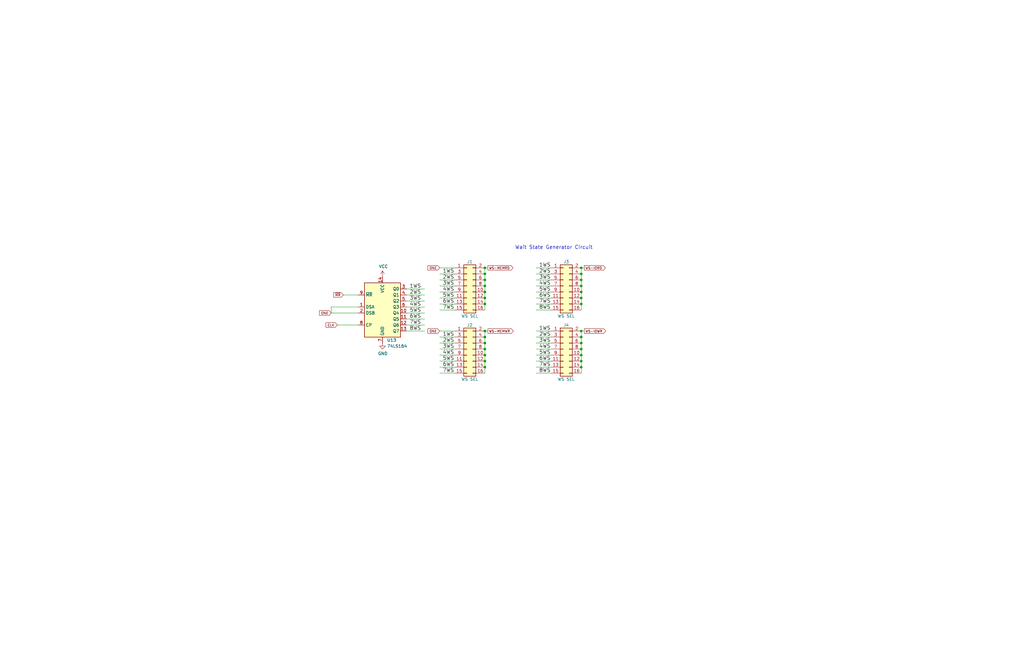
<source format=kicad_sch>
(kicad_sch (version 20211123) (generator eeschema)
  (paper "B")
  (lib_symbols
    (symbol "74xx:74HCT164"
      (property "Reference" "U" (at 1.905 -13.97 0))
      (property "Value" "74HCT164" (at 1.905 -16.51 0))
      (symbol "74HCT164_0_1"
        (rectangle (start 7.62 10.16) (end -7.62 -12.7) (stroke (width 0.254)) (fill (type background)))
      )
      (symbol "74HCT164_1_1"
        (pin input line (at -10.16 0 0) (length 2.54) (name "DSA") (number "1"))
        (pin output line (at 10.16 -2.54 180) (length 2.54) (name "Q4") (number "10"))
        (pin output line (at 10.16 -5.08 180) (length 2.54) (name "Q5") (number "11"))
        (pin output line (at 10.16 -7.62 180) (length 2.54) (name "Q6") (number "12"))
        (pin output line (at 10.16 -10.16 180) (length 2.54) (name "Q7") (number "13"))
        (pin power_in line (at 0 12.7 270) (length 2.54) (name "VCC") (number "14"))
        (pin input line (at -10.16 -2.54 0) (length 2.54) (name "DSB") (number "2"))
        (pin output line (at 10.16 7.62 180) (length 2.54) (name "Q0") (number "3"))
        (pin output line (at 10.16 5.08 180) (length 2.54) (name "Q1") (number "4"))
        (pin output line (at 10.16 2.54 180) (length 2.54) (name "Q2") (number "5"))
        (pin output line (at 10.16 0 180) (length 2.54) (name "Q3") (number "6"))
        (pin power_in line (at 0 -15.24 90) (length 2.54) (name "GND") (number "7"))
        (pin input line (at -10.16 -7.62 0) (length 2.54) (name "CP") (number "8"))
        (pin input line (at -10.16 5.08 0) (length 2.54) (name "~{MR}") (number "9"))
      )
    )
    (symbol "Connector_Generic:Conn_02x08_Odd_Even" (pin_names (offset 1.016) hide)
      (property "Reference" "J" (at 1.27 10.16 0))
      (property "Value" "Conn_02x08_Odd_Even" (at 1.27 -12.7 0))
      (symbol "Conn_02x08_Odd_Even_1_1"
        (rectangle (start -1.27 -10.033) (end 0 -10.287) (stroke (width 0.1524)))
        (rectangle (start -1.27 -7.493) (end 0 -7.747) (stroke (width 0.1524)))
        (rectangle (start -1.27 -4.953) (end 0 -5.207) (stroke (width 0.1524)))
        (rectangle (start -1.27 -2.413) (end 0 -2.667) (stroke (width 0.1524)))
        (rectangle (start -1.27 0.127) (end 0 -0.127) (stroke (width 0.1524)))
        (rectangle (start -1.27 2.667) (end 0 2.413) (stroke (width 0.1524)))
        (rectangle (start -1.27 5.207) (end 0 4.953) (stroke (width 0.1524)))
        (rectangle (start -1.27 7.747) (end 0 7.493) (stroke (width 0.1524)))
        (rectangle (start -1.27 8.89) (end 3.81 -11.43) (stroke (width 0.254)) (fill (type background)))
        (rectangle (start 3.81 -10.033) (end 2.54 -10.287) (stroke (width 0.1524)))
        (rectangle (start 3.81 -7.493) (end 2.54 -7.747) (stroke (width 0.1524)))
        (rectangle (start 3.81 -4.953) (end 2.54 -5.207) (stroke (width 0.1524)))
        (rectangle (start 3.81 -2.413) (end 2.54 -2.667) (stroke (width 0.1524)))
        (rectangle (start 3.81 0.127) (end 2.54 -0.127) (stroke (width 0.1524)))
        (rectangle (start 3.81 2.667) (end 2.54 2.413) (stroke (width 0.1524)))
        (rectangle (start 3.81 5.207) (end 2.54 4.953) (stroke (width 0.1524)))
        (rectangle (start 3.81 7.747) (end 2.54 7.493) (stroke (width 0.1524)))
        (pin passive line (at -5.08 7.62 0) (length 3.81) (name "Pin_1") (number "1"))
        (pin passive line (at 7.62 -2.54 180) (length 3.81) (name "Pin_10") (number "10"))
        (pin passive line (at -5.08 -5.08 0) (length 3.81) (name "Pin_11") (number "11"))
        (pin passive line (at 7.62 -5.08 180) (length 3.81) (name "Pin_12") (number "12"))
        (pin passive line (at -5.08 -7.62 0) (length 3.81) (name "Pin_13") (number "13"))
        (pin passive line (at 7.62 -7.62 180) (length 3.81) (name "Pin_14") (number "14"))
        (pin passive line (at -5.08 -10.16 0) (length 3.81) (name "Pin_15") (number "15"))
        (pin passive line (at 7.62 -10.16 180) (length 3.81) (name "Pin_16") (number "16"))
        (pin passive line (at 7.62 7.62 180) (length 3.81) (name "Pin_2") (number "2"))
        (pin passive line (at -5.08 5.08 0) (length 3.81) (name "Pin_3") (number "3"))
        (pin passive line (at 7.62 5.08 180) (length 3.81) (name "Pin_4") (number "4"))
        (pin passive line (at -5.08 2.54 0) (length 3.81) (name "Pin_5") (number "5"))
        (pin passive line (at 7.62 2.54 180) (length 3.81) (name "Pin_6") (number "6"))
        (pin passive line (at -5.08 0 0) (length 3.81) (name "Pin_7") (number "7"))
        (pin passive line (at 7.62 0 180) (length 3.81) (name "Pin_8") (number "8"))
        (pin passive line (at -5.08 -2.54 0) (length 3.81) (name "Pin_9") (number "9"))
      )
    )
    (symbol "power:GND" (power) (pin_names (offset 0))
      (property "Value" "GND" (at 0 -3.81 0))
      (symbol "GND_0_1"
        (polyline (pts (xy 0 0) (xy 0 -1.27) (xy 1.27 -1.27) (xy 0 -2.54) (xy -1.27 -1.27) (xy 0 -1.27)))
      )
      (symbol "GND_1_1"
        (pin power_in line (at 0 0 270) (length 0) hide (name "GND") (number "1"))
      )
    )
    (symbol "power:VCC" (power) (pin_names (offset 0))
      (property "Value" "VCC" (at 0 3.81 0))
      (symbol "VCC_0_1"
        (polyline (pts (xy -0.762 1.27) (xy 0 2.54)))
        (polyline (pts (xy 0 0) (xy 0 2.54)))
        (polyline (pts (xy 0 2.54) (xy 0.762 1.27)))
      )
      (symbol "VCC_1_1"
        (pin power_in line (at 0 0 90) (length 0) hide (name "VCC") (number "1"))
      )
    )
  )
  (junction (at 204.47 123.19))
  (junction (at 245.11 154.94))
  (junction (at 245.11 139.7))
  (junction (at 245.11 118.11))
  (junction (at 245.11 142.24))
  (junction (at 245.11 120.65))
  (junction (at 204.47 142.24))
  (junction (at 245.11 123.19))
  (junction (at 245.11 115.57))
  (junction (at 204.47 144.78))
  (junction (at 204.47 149.86))
  (junction (at 204.47 152.4))
  (junction (at 204.47 113.03))
  (junction (at 245.11 147.32))
  (junction (at 204.47 147.32))
  (junction (at 245.11 149.86))
  (junction (at 245.11 152.4))
  (junction (at 245.11 128.27))
  (junction (at 245.11 144.78))
  (junction (at 204.47 125.73))
  (junction (at 204.47 118.11))
  (junction (at 204.47 128.27))
  (junction (at 204.47 120.65))
  (junction (at 204.47 115.57))
  (junction (at 204.47 139.7))
  (junction (at 245.11 125.73))
  (junction (at 204.47 154.94))
  (junction (at 245.11 113.03))
  (wire (pts (xy 204.47 120.65) (xy 204.47 123.19)))
  (wire (pts (xy 245.11 139.7) (xy 245.11 142.24)))
  (wire (pts (xy 171.45 134.62) (xy 179.07 134.62)))
  (wire (pts (xy 226.06 152.4) (xy 232.41 152.4)))
  (wire (pts (xy 185.42 115.57) (xy 191.77 115.57)))
  (wire (pts (xy 139.7 129.54) (xy 151.13 129.54)))
  (wire (pts (xy 226.06 125.73) (xy 232.41 125.73)))
  (wire (pts (xy 171.45 132.08) (xy 179.07 132.08)))
  (wire (pts (xy 185.42 149.86) (xy 191.77 149.86)))
  (wire (pts (xy 171.45 124.46) (xy 179.07 124.46)))
  (wire (pts (xy 171.45 129.54) (xy 179.07 129.54)))
  (wire (pts (xy 185.42 120.65) (xy 191.77 120.65)))
  (wire (pts (xy 226.06 115.57) (xy 232.41 115.57)))
  (wire (pts (xy 226.06 147.32) (xy 232.41 147.32)))
  (wire (pts (xy 139.7 129.54) (xy 139.7 132.08)))
  (wire (pts (xy 171.45 127) (xy 179.07 127)))
  (wire (pts (xy 245.11 123.19) (xy 245.11 125.73)))
  (wire (pts (xy 226.06 123.19) (xy 232.41 123.19)))
  (wire (pts (xy 204.47 118.11) (xy 204.47 120.65)))
  (wire (pts (xy 185.42 130.81) (xy 191.77 130.81)))
  (wire (pts (xy 185.42 157.48) (xy 191.77 157.48)))
  (wire (pts (xy 204.47 123.19) (xy 204.47 125.73)))
  (wire (pts (xy 185.42 152.4) (xy 191.77 152.4)))
  (wire (pts (xy 204.47 139.7) (xy 204.47 142.24)))
  (wire (pts (xy 245.11 125.73) (xy 245.11 128.27)))
  (wire (pts (xy 245.11 113.03) (xy 246.38 113.03)))
  (wire (pts (xy 185.42 113.03) (xy 191.77 113.03)))
  (wire (pts (xy 204.47 128.27) (xy 204.47 130.81)))
  (wire (pts (xy 142.24 137.16) (xy 151.13 137.16)))
  (wire (pts (xy 185.42 154.94) (xy 191.77 154.94)))
  (wire (pts (xy 226.06 149.86) (xy 232.41 149.86)))
  (wire (pts (xy 204.47 144.78) (xy 204.47 147.32)))
  (wire (pts (xy 204.47 147.32) (xy 204.47 149.86)))
  (wire (pts (xy 245.11 139.7) (xy 246.38 139.7)))
  (wire (pts (xy 245.11 154.94) (xy 245.11 157.48)))
  (wire (pts (xy 185.42 144.78) (xy 191.77 144.78)))
  (wire (pts (xy 185.42 128.27) (xy 191.77 128.27)))
  (wire (pts (xy 245.11 149.86) (xy 245.11 152.4)))
  (wire (pts (xy 245.11 115.57) (xy 245.11 118.11)))
  (wire (pts (xy 185.42 125.73) (xy 191.77 125.73)))
  (wire (pts (xy 245.11 144.78) (xy 245.11 147.32)))
  (wire (pts (xy 226.06 144.78) (xy 232.41 144.78)))
  (wire (pts (xy 204.47 115.57) (xy 204.47 118.11)))
  (wire (pts (xy 204.47 139.7) (xy 205.74 139.7)))
  (wire (pts (xy 185.42 147.32) (xy 191.77 147.32)))
  (wire (pts (xy 185.42 139.7) (xy 191.77 139.7)))
  (wire (pts (xy 245.11 113.03) (xy 245.11 115.57)))
  (wire (pts (xy 204.47 152.4) (xy 204.47 154.94)))
  (wire (pts (xy 226.06 130.81) (xy 232.41 130.81)))
  (wire (pts (xy 245.11 120.65) (xy 245.11 123.19)))
  (wire (pts (xy 204.47 125.73) (xy 204.47 128.27)))
  (wire (pts (xy 204.47 142.24) (xy 204.47 144.78)))
  (wire (pts (xy 171.45 137.16) (xy 179.07 137.16)))
  (wire (pts (xy 226.06 139.7) (xy 232.41 139.7)))
  (wire (pts (xy 204.47 113.03) (xy 205.74 113.03)))
  (wire (pts (xy 144.78 124.46) (xy 151.13 124.46)))
  (wire (pts (xy 245.11 147.32) (xy 245.11 149.86)))
  (wire (pts (xy 171.45 139.7) (xy 179.07 139.7)))
  (wire (pts (xy 185.42 123.19) (xy 191.77 123.19)))
  (wire (pts (xy 245.11 142.24) (xy 245.11 144.78)))
  (wire (pts (xy 226.06 120.65) (xy 232.41 120.65)))
  (wire (pts (xy 226.06 157.48) (xy 232.41 157.48)))
  (wire (pts (xy 245.11 118.11) (xy 245.11 120.65)))
  (wire (pts (xy 204.47 113.03) (xy 204.47 115.57)))
  (wire (pts (xy 171.45 121.92) (xy 179.07 121.92)))
  (wire (pts (xy 226.06 113.03) (xy 232.41 113.03)))
  (wire (pts (xy 245.11 128.27) (xy 245.11 130.81)))
  (wire (pts (xy 204.47 154.94) (xy 204.47 157.48)))
  (wire (pts (xy 204.47 149.86) (xy 204.47 152.4)))
  (wire (pts (xy 226.06 128.27) (xy 232.41 128.27)))
  (wire (pts (xy 226.06 154.94) (xy 232.41 154.94)))
  (wire (pts (xy 185.42 118.11) (xy 191.77 118.11)))
  (wire (pts (xy 245.11 152.4) (xy 245.11 154.94)))
  (wire (pts (xy 226.06 142.24) (xy 232.41 142.24)))
  (wire (pts (xy 226.06 118.11) (xy 232.41 118.11)))
  (wire (pts (xy 139.7 132.08) (xy 151.13 132.08)))
  (wire (pts (xy 185.42 142.24) (xy 191.77 142.24)))
  (text "Wait State Generator Circuit" (at 217.17 105.41 0) (effects (font (size 1.524 1.524)) (justify left bottom)))
  (label "5WS" (at 227.33 123.19 0) (effects (font (size 1.524 1.524))))
  (label "8WS" (at 227.33 130.81 0) (effects (font (size 1.524 1.524))))
  (label "1WS" (at 227.33 139.7 0) (effects (font (size 1.524 1.524))))
  (label "6WS" (at 186.69 128.27 0) (effects (font (size 1.524 1.524))))
  (label "7WS" (at 227.33 154.94 0) (effects (font (size 1.524 1.524))))
  (label "1WS" (at 186.69 142.24 0) (effects (font (size 1.524 1.524))))
  (label "2WS" (at 227.33 115.57 0) (effects (font (size 1.524 1.524))))
  (label "1WS" (at 186.69 115.57 0) (effects (font (size 1.524 1.524))))
  (label "7WS" (at 172.72 137.16 0) (effects (font (size 1.524 1.524))))
  (label "7WS" (at 227.33 128.27 0) (effects (font (size 1.524 1.524))))
  (label "5WS" (at 172.72 132.08 0) (effects (font (size 1.524 1.524))))
  (label "1WS" (at 172.72 121.92 0) (effects (font (size 1.524 1.524))))
  (label "5WS" (at 186.69 125.73 0) (effects (font (size 1.524 1.524))))
  (label "4WS" (at 227.33 120.65 0) (effects (font (size 1.524 1.524))))
  (label "5WS" (at 186.69 152.4 0) (effects (font (size 1.524 1.524))))
  (label "5WS" (at 227.33 149.86 0) (effects (font (size 1.524 1.524))))
  (label "6WS" (at 172.72 134.62 0) (effects (font (size 1.524 1.524))))
  (label "6WS" (at 186.69 154.94 0) (effects (font (size 1.524 1.524))))
  (label "4WS" (at 172.72 129.54 0) (effects (font (size 1.524 1.524))))
  (label "3WS" (at 186.69 120.65 0) (effects (font (size 1.524 1.524))))
  (label "4WS" (at 227.33 147.32 0) (effects (font (size 1.524 1.524))))
  (label "2WS" (at 186.69 144.78 0) (effects (font (size 1.524 1.524))))
  (label "7WS" (at 186.69 157.48 0) (effects (font (size 1.524 1.524))))
  (label "6WS" (at 227.33 152.4 0) (effects (font (size 1.524 1.524))))
  (label "4WS" (at 186.69 149.86 0) (effects (font (size 1.524 1.524))))
  (label "3WS" (at 227.33 144.78 0) (effects (font (size 1.524 1.524))))
  (label "3WS" (at 227.33 118.11 0) (effects (font (size 1.524 1.524))))
  (label "2WS" (at 227.33 142.24 0) (effects (font (size 1.524 1.524))))
  (label "2WS" (at 186.69 118.11 0) (effects (font (size 1.524 1.524))))
  (label "2WS" (at 172.72 124.46 0) (effects (font (size 1.524 1.524))))
  (label "8WS" (at 172.72 139.7 0) (effects (font (size 1.524 1.524))))
  (label "3WS" (at 186.69 147.32 0) (effects (font (size 1.524 1.524))))
  (label "8WS" (at 227.33 157.48 0) (effects (font (size 1.524 1.524))))
  (label "4WS" (at 186.69 123.19 0) (effects (font (size 1.524 1.524))))
  (label "3WS" (at 172.72 127 0) (effects (font (size 1.524 1.524))))
  (label "7WS" (at 186.69 130.81 0) (effects (font (size 1.524 1.524))))
  (label "1WS" (at 227.33 113.03 0) (effects (font (size 1.524 1.524))))
  (label "6WS" (at 227.33 125.73 0) (effects (font (size 1.524 1.524))))
  (global_label "WS-IORD" (shape output) (at 246.38 113.03 0) (effects (font (size 1.016 1.016))) (property "Intersheet References" "${INTERSHEET_REFS}" (effects hide)))
  (global_label "ONE" (shape input) (at 185.42 113.03 180) (effects (font (size 1.016 1.016))) (property "Intersheet References" "${INTERSHEET_REFS}" (effects hide)))
  (global_label "~{MR}" (shape input) (at 144.78 124.46 180) (effects (font (size 1.016 1.016))) (property "Intersheet References" "${INTERSHEET_REFS}" (effects hide)))
  (global_label "WS-MEMRD" (shape output) (at 205.74 113.03 0) (effects (font (size 1.016 1.016))) (property "Intersheet References" "${INTERSHEET_REFS}" (effects hide)))
  (global_label "CLK" (shape input) (at 142.24 137.16 180) (effects (font (size 1.016 1.016))) (property "Intersheet References" "${INTERSHEET_REFS}" (effects hide)))
  (global_label "WS-IOWR" (shape output) (at 246.38 139.7 0) (effects (font (size 1.016 1.016))) (property "Intersheet References" "${INTERSHEET_REFS}" (effects hide)))
  (global_label "ONE" (shape input) (at 185.42 139.7 180) (effects (font (size 1.016 1.016))) (property "Intersheet References" "${INTERSHEET_REFS}" (effects hide)))
  (global_label "WS-MEMWR" (shape output) (at 205.74 139.7 0) (effects (font (size 1.016 1.016))) (property "Intersheet References" "${INTERSHEET_REFS}" (effects hide)))
  (global_label "ONE" (shape input) (at 139.7 132.08 180) (effects (font (size 1.016 1.016))) (property "Intersheet References" "${INTERSHEET_REFS}" (effects hide)))
  (symbol (lib_id "74xx:74HCT164") (at 161.29 129.54 0) (unit 1)
    (property "Reference" "U13" (at 163.195 143.51 0) (effects (justify left)))
    (property "Value" "74LS164" (at 163.195 146.05 0) (effects (justify left)))
    (property "Footprint" "Package_DIP:DIP-14_W7.62mm" (effects hide))
    (property "Datasheet" "https://assets.nexperia.com/documents/data-sheet/74HC_HCT164.pdf" (effects hide))
  )
  (symbol (lib_id "power:GND") (at 161.29 144.78 0) (unit 1)
    (property "Reference" "#PWR0146" (effects hide))
    (property "Value" "GND" (at 161.417 149.1742 0))
  )
  (symbol (lib_id "power:VCC") (at 161.29 116.84 0) (unit 1)
    (property "Reference" "#PWR0147" (effects hide))
    (property "Value" "VCC" (at 161.671 112.4458 0))
  )
  (symbol (lib_id "Connector_Generic:Conn_02x08_Odd_Even") (at 196.85 120.65 0) (unit 1)
    (property "Reference" "J1" (at 198.12 110.49 0))
    (property "Value" "WS SEL" (at 198.12 133.35 0))
    (property "Footprint" "Connector_PinHeader_2.54mm:PinHeader_2x08_P2.54mm_Vertical" (effects hide))
  )
  (symbol (lib_id "Connector_Generic:Conn_02x08_Odd_Even") (at 196.85 147.32 0) (unit 1)
    (property "Reference" "J2" (at 198.12 137.16 0))
    (property "Value" "WS SEL" (at 198.12 160.02 0))
    (property "Footprint" "Connector_PinHeader_2.54mm:PinHeader_2x08_P2.54mm_Vertical" (effects hide))
  )
  (symbol (lib_id "Connector_Generic:Conn_02x08_Odd_Even") (at 237.49 120.65 0) (unit 1)
    (property "Reference" "J3" (at 238.76 110.49 0))
    (property "Value" "WS SEL" (at 238.76 133.35 0))
    (property "Footprint" "Connector_PinHeader_2.54mm:PinHeader_2x08_P2.54mm_Vertical" (effects hide))
  )
  (symbol (lib_id "Connector_Generic:Conn_02x08_Odd_Even") (at 237.49 147.32 0) (unit 1)
    (property "Reference" "J4" (at 238.76 137.16 0))
    (property "Value" "WS SEL" (at 238.76 160.02 0))
    (property "Footprint" "Connector_PinHeader_2.54mm:PinHeader_2x08_P2.54mm_Vertical" (effects hide))
  )
)
</source>
